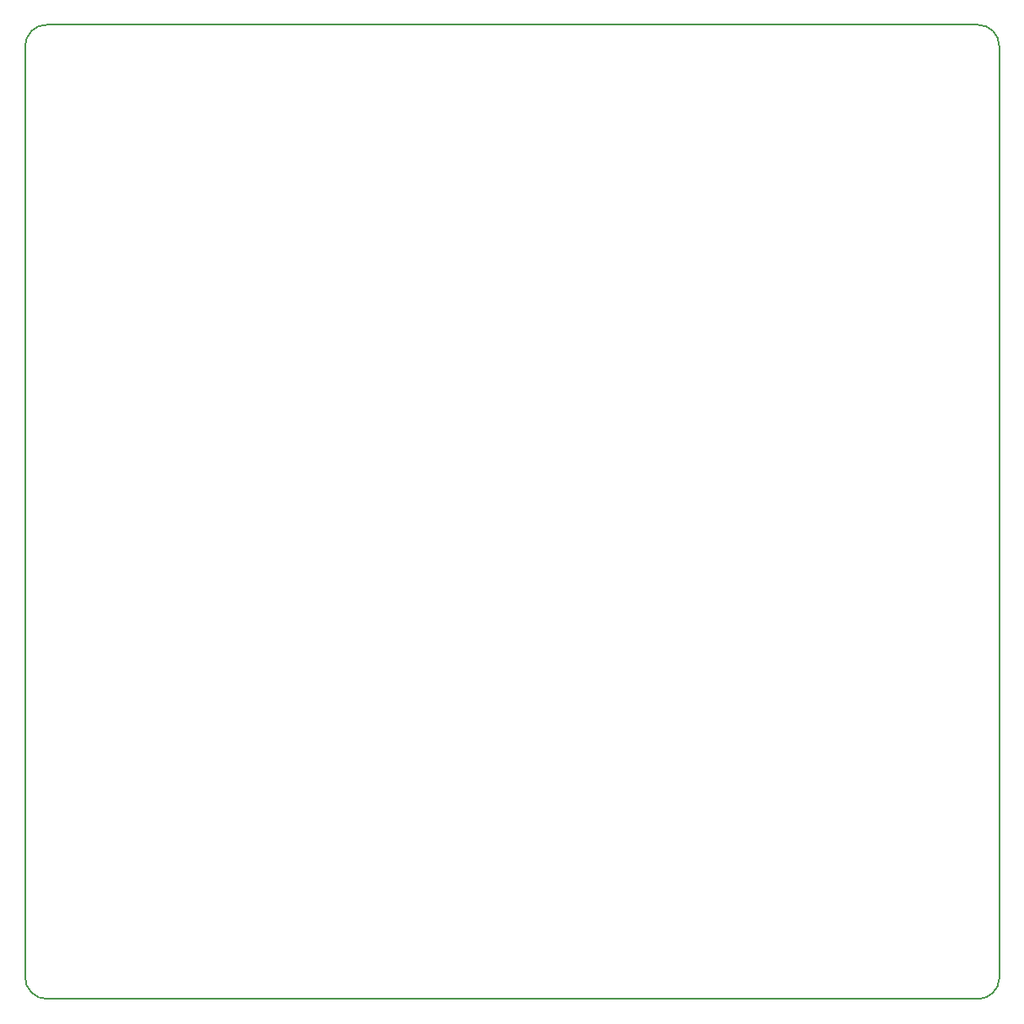
<source format=gbr>
G04 DipTrace 2.4.0.2*
%INBoardOutline.gbr*%
%MOMM*%
%ADD11C,0.14*%
%FSLAX53Y53*%
G04*
G71*
G90*
G75*
G01*
%LNBoardOutline*%
%LPD*%
X10009Y105576D2*
G54D11*
G02X12231Y107799I2170J53D01*
G01*
X105576D1*
G02X107799Y105576I53J-2170D01*
G01*
Y12072D1*
G02X105735Y10009I-2143J79D01*
G01*
X12231D1*
G02X10009Y12231I-53J2170D01*
G01*
Y105576D1*
M02*

</source>
